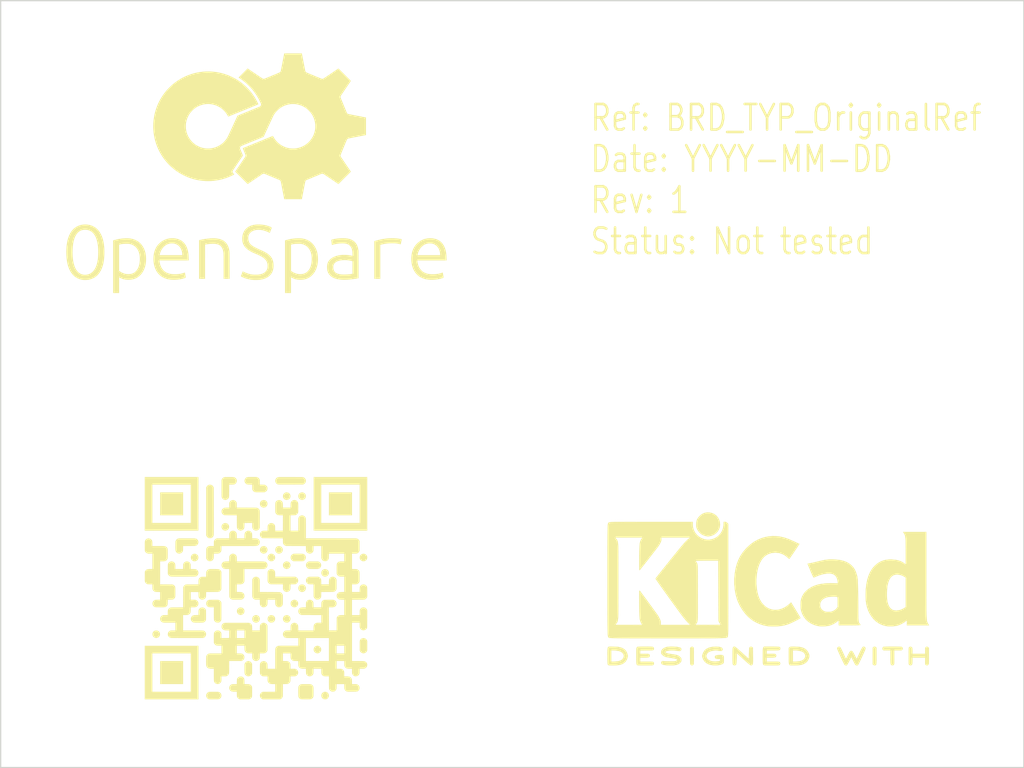
<source format=kicad_pcb>
(kicad_pcb (version 20241229) (generator "pcbnew") (generator_version "9.0")
  (title_block (title "BRD_TYP_OriginalRef") (date "YYYY-MM-DD") (rev "1") (company "OpenSpare") (comment 1 "SPDX-License-Identifier: CERN-OHL-W-2.0") (comment 2 "© 2025 OpenSpare contributors"))
  (layers (0 "F.Cu" signal) (2 "B.Cu" signal) (13 "F.Paste" user) (15 "B.Paste" user) (5 "F.SilkS" user "F.Silkscreen") (7 "B.SilkS" user "B.Silkscreen") (1 "F.Mask" user) (3 "B.Mask" user) (25 "Edge.Cuts" user))
  (net 0 "")
  (footprint "OpenSpare_footprints:OpenSpare-QRCode_Github_10x10mm_SilkScreen" (layer "F.Cu") (at 131.5 118)
    (property "Reference" "G***" (hide yes))
    (property "Value" "LOGO" (hide yes))
  )
  (footprint "Symbol:KiCad-Logo2_5mm_SilkScreen" (layer "F.Cu") (at 151.5 118)
    (property "Reference" "REF**" (hide yes))
    (property "Value" "KiCad-Logo2_5mm_SilkScreen" (hide yes))
  )
  (footprint "OpenSpare_footprints:OpenSpare-Logo_Text_15x9mm_SilkScreen" (layer "F.Cu") (at 131.541742 105.275625)
    (property "Reference" "G***" (hide yes))
    (property "Value" "LOGO" (hide yes))
  )
  (gr_rect (start 121.5 95) (end 161.5 125) (stroke (width 0.05)) (fill no) (layer "Edge.Cuts"))
  (gr_text "Ref: ${TITLE}\nDate: ${ISSUE_DATE}\nRev: ${REVISION}\nStatus: Not tested" (at 144.5 105 0) (layer "F.SilkS") (effects (font (size 1 0.8) (thickness 0.1)) (justify left bottom)))
)
</source>
